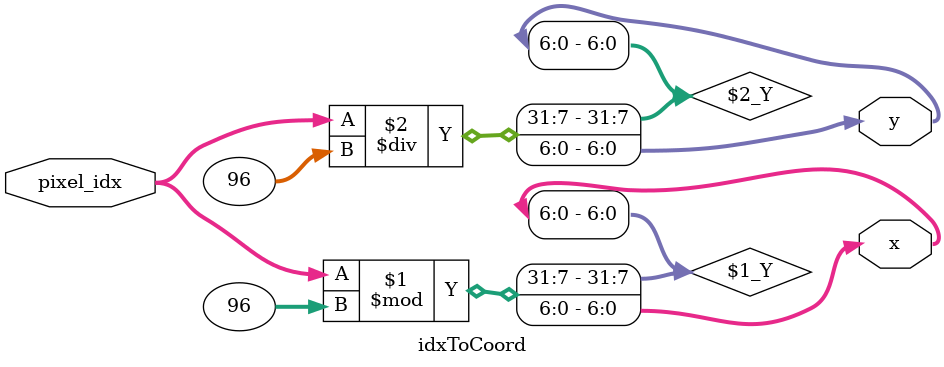
<source format=v>
`timescale 1ns / 1ps


module coordinate_decider(
    input CLOCK, x, y,
    output reg [5:0]out_x, out_y
    );
    
    reg [5:0] chess_board [7:0][7:0];

        //parametes for the squares
    parameter square_1 = 6'b000_000;
    parameter square_2 = 6'b000_001;
    parameter square_3 = 6'b000_010;
    parameter square_4 = 6'b000_011;
    parameter square_5 = 6'b000_100;
    parameter square_6 = 6'b000_101;
    parameter square_7 = 6'b000_110;
    parameter square_8 = 6'b000_111;
    
    parameter square_9 = 6'b001_000;
    parameter square_10 = 6'b001_001;
    parameter square_11 = 6'b001_010;
    parameter square_12 = 6'b001_011;
    parameter square_13 = 6'b001_100;
    parameter square_14 = 6'b001_101;
    parameter square_15 = 6'b001_110;
    parameter square_16 = 6'b001_111;
    
    parameter square_17 = 6'b010_000;
    parameter square_18 = 6'b010_001;
    parameter square_19 = 6'b010_010;
    parameter square_20 = 6'b010_011;
    parameter square_21 = 6'b010_100;
    parameter square_22 = 6'b010_101;
    parameter square_23 = 6'b010_110;
    parameter square_24 = 6'b010_111;
    
    parameter square_25 = 6'b011_000;
    parameter square_26 = 6'b011_001;
    parameter square_27 = 6'b011_010;
    parameter square_28 = 6'b011_011;
    parameter square_29 = 6'b011_100;
    parameter square_30 = 6'b011_101;
    parameter square_31 = 6'b011_110;
    parameter square_32 = 6'b011_111;    
    
    parameter square_33 = 6'b100_000;
    parameter square_34 = 6'b100_001;
    parameter square_35 = 6'b100_010;
    parameter square_36 = 6'b100_011;
    parameter square_37 = 6'b100_100;
    parameter square_38 = 6'b100_101;
    parameter square_39 = 6'b100_110;
    parameter square_40 = 6'b100_111;
    
    parameter square_41 = 6'b101_000;
    parameter square_42 = 6'b101_001;
    parameter square_43 = 6'b101_010;
    parameter square_44 = 6'b101_011;
    parameter square_45 = 6'b101_100;
    parameter square_46 = 6'b101_101;
    parameter square_47 = 6'b101_110;
    parameter square_48 = 6'b101_111;
    
    parameter square_49 = 6'b110_000;
    parameter square_50 = 6'b110_001;
    parameter square_51 = 6'b110_010;
    parameter square_52 = 6'b110_011;
    parameter square_53 = 6'b110_100;
    parameter square_54 = 6'b110_101;
    parameter square_55 = 6'b110_110;
    parameter square_56 = 6'b110_111;
    
    parameter square_57 = 6'b111_000;
    parameter square_58 = 6'b111_001;
    parameter square_59 = 6'b111_010;
    parameter square_60 = 6'b111_011;
    parameter square_61 = 6'b111_100;
    parameter square_62 = 6'b111_101;
    parameter square_63 = 6'b111_110;
    parameter square_64 = 6'b111_111;
    
 
    //initialising each part of the 2d array of the board to the squares
    initial begin
    chess_board[0][0][5:0] = square_1;
    chess_board[0][1][5:0] = square_2;
    chess_board[0][2][5:0] = square_3;
    chess_board[0][3][5:0] = square_4;
    chess_board[0][4][5:0] = square_5;
    chess_board[0][5][5:0] = square_6;
    chess_board[0][6][5:0] = square_7;
    chess_board[0][7][5:0] = square_8;
    
    chess_board[1][0][5:0] = square_9;
    chess_board[1][1][5:0] = square_10;
    chess_board[1][2][5:0] = square_11;
    chess_board[1][3][5:0] = square_12;
    chess_board[1][4][5:0] = square_13;
    chess_board[1][5][5:0] = square_14;
    chess_board[1][6][5:0] = square_15;
    chess_board[1][7][5:0] = square_16;
    
    chess_board[2][0][5:0] = square_17;
    chess_board[2][1][5:0] = square_18;
    chess_board[2][2][5:0] = square_19;
    chess_board[2][3][5:0] = square_20;
    chess_board[2][4][5:0] = square_21;
    chess_board[2][5][5:0] = square_22;
    chess_board[2][6][5:0] = square_23;
    chess_board[2][7][5:0] = square_24;
        
    chess_board[3][0][5:0] = square_25;
    chess_board[3][1][5:0] = square_26;
    chess_board[3][2][5:0] = square_27;
    chess_board[3][3][5:0] = square_28;
    chess_board[3][4][5:0] = square_29;
    chess_board[3][5][5:0] = square_30;
    chess_board[3][6][5:0] = square_31;
    chess_board[3][7][5:0] = square_32;
        
    chess_board[4][0][5:0] = square_33;
    chess_board[4][1][5:0] = square_34;
    chess_board[4][2][5:0] = square_35;
    chess_board[4][3][5:0] = square_36;
    chess_board[4][4][5:0] = square_37;
    chess_board[4][5][5:0] = square_38;
    chess_board[4][6][5:0] = square_39;
    chess_board[4][7][5:0] = square_40;
    
    chess_board[5][0][5:0] = square_41;
    chess_board[5][1][5:0] = square_42;
    chess_board[5][2][5:0] = square_43;
    chess_board[5][3][5:0] = square_44;
    chess_board[5][4][5:0] = square_45;
    chess_board[5][5][5:0] = square_46;
    chess_board[5][6][5:0] = square_47;
    chess_board[5][7][5:0] = square_48;
    
    chess_board[6][0][5:0] = square_49;
    chess_board[6][1][5:0] = square_50;
    chess_board[6][2][5:0] = square_51;
    chess_board[6][3][5:0] = square_52;
    chess_board[6][4][5:0] = square_53;
    chess_board[6][5][5:0] = square_54;
    chess_board[6][6][5:0] = square_55;
    chess_board[6][7][5:0] = square_56;
    
    chess_board[7][0][5:0] = square_57;
    chess_board[7][1][5:0] = square_58;
    chess_board[7][2][5:0] = square_59;
    chess_board[7][3][5:0] = square_60;
    chess_board[7][4][5:0] = square_61;
    chess_board[7][5][5:0] = square_62;
    chess_board[7][6][5:0] = square_63;
    chess_board[7][7][5:0] = square_64;
    
       
    end 
    
        
    always @ (posedge CLOCK)
    begin
        if (chess_board[x][y][5:0] == square_1)
        begin
            out_x <= 16;
            out_y <= 0;
        end
        

        else if (chess_board[x][y][5:0] == square_2)
        begin
            out_x <= 24;
            out_y <= 0;
        end
        

        else if (chess_board[x][y][5:0] == square_3)
        begin
            out_x <= 32;
            out_y <= 0;
        end
        
        else if (chess_board[x][y][5:0] == square_4)
        begin
            out_x <= 40;
            out_y <= 0;
        end                
        
        else if (chess_board[x][y][5:0] == square_5)
        begin
            out_x <= 48;
            out_y <= 0;
        end        

        else if (chess_board[x][y][5:0] == square_6)
        begin
            out_x <= 56;
            out_y <= 0;
        end        
        
        else if (chess_board[x][y][5:0] == square_7)
        begin
            out_x <= 64;
            out_y <= 0;
        end
        
        else if (chess_board[x][y][5:0] == square_8)
        begin
            out_x <= 72;
            out_y <= 0;
        end
        
        else if (chess_board[x][y][5:0] == square_9)
        begin
            out_x <= 16;
            out_y <= 8;
        end        
        

        else if (chess_board[x][y][5:0] == square_10)
        begin
            out_x <= 24;
            out_y <= 8;
        end         
        
        
        else if (chess_board[x][y][5:0] == square_11)
        begin
            out_x <= 32;
            out_y <= 8;
        end         
 
 
        else if (chess_board[x][y][5:0] == square_12)
        begin
            out_x <= 40;
            out_y <= 8;
        end        


        else if (chess_board[x][y][5:0] == square_13)
        begin
            out_x <= 48;
            out_y <= 8;
        end


        else if (chess_board[x][y][5:0] == square_14)
        begin
            out_x <= 56;
            out_y <= 8;
        end 
 
 
        else if (chess_board[x][y][5:0] == square_15)
        begin
            out_x <= 64;
            out_y <= 8;
        end
 
 
        else if (chess_board[x][y][5:0] == square_16)
        begin
            out_x <= 72;
            out_y <= 8;
        end
 
        else if (chess_board[x][y][5:0] == square_17)
        begin
            out_x <= 16;
            out_y <= 16;
        end        
        

        else if (chess_board[x][y][5:0] == square_18)
        begin
            out_x <= 24;
            out_y <= 16;
        end         
        
        
        else if (chess_board[x][y][5:0] == square_19)
        begin
            out_x <= 32;
            out_y <= 16;
        end         
 
 
        else if (chess_board[x][y][5:0] == square_20)
        begin
            out_x <= 40;
            out_y <= 16;
        end        


        else if (chess_board[x][y][5:0] == square_21)
        begin
            out_x <= 48;
            out_y <= 16;
        end


        else if (chess_board[x][y][5:0] == square_22)
        begin
            out_x <= 56;
            out_y <= 16;
        end 
 
 
        else if (chess_board[x][y][5:0] == square_23)
        begin
            out_x <= 64;
            out_y <= 16;
        end
 
 
        else if (chess_board[x][y][5:0] == square_24)
        begin
            out_x <= 72;
            out_y <= 16;
        end

 
         else if (chess_board[x][y][5:0] == square_25)
        begin
            out_x <= 16;
            out_y <= 24;
        end        
        

        else if (chess_board[x][y][5:0] == square_26)
        begin
            out_x <= 24;
            out_y <= 24;
        end         
        
        
        else if (chess_board[x][y][5:0] == square_27)
        begin
            out_x <= 32;
            out_y <= 24;
        end         
 
 
        else if (chess_board[x][y][5:0] == square_28)
        begin
            out_x <= 40;
            out_y <= 24;
        end        


        else if (chess_board[x][y][5:0] == square_29)
        begin
            out_x <= 48;
            out_y <= 24;
        end


        else if (chess_board[x][y][5:0] == square_30)
        begin
            out_x <= 56;
            out_y <= 24;
        end 
 
 
        else if (chess_board[x][y][5:0] == square_31)
        begin
            out_x <= 64;
            out_y <= 24;
        end
 
 
        else if (chess_board[x][y][5:0] == square_32)
        begin
            out_x <= 72;
            out_y <= 24;
        end
        
        
        else if (chess_board[x][y][5:0] == square_33)
        begin
            out_x <= 16;
            out_y <= 32;
        end
        

        else if (chess_board[x][y][5:0] == square_34)
        begin
            out_x <= 24;
            out_y <= 32;
        end
        

        else if (chess_board[x][y][5:0] == square_35)
        begin
            out_x <= 32;
            out_y <= 32;
        end
        
        else if (chess_board[x][y][5:0] == square_36)
        begin
            out_x <= 40;
            out_y <= 32;
        end                
        
        else if (chess_board[x][y][5:0] == square_37)
        begin
            out_x <= 48;
            out_y <= 32;
        end        

        else if (chess_board[x][y][5:0] == square_38)
        begin
            out_x <= 56;
            out_y <= 32;
        end        
        
        else if (chess_board[x][y][5:0] == square_39)
        begin
            out_x <= 64;
            out_y <= 32;
        end
        
        else if (chess_board[x][y][5:0] == square_40)
        begin
            out_x <= 72;
            out_y <= 32;
        end
 
        else if (chess_board[x][y][5:0] == square_41)
        begin
            out_x <= 16;
            out_y <= 40;
        end
        

        else if (chess_board[x][y][5:0] == square_42)
        begin
            out_x <= 24;
            out_y <= 40;
        end
        

        else if (chess_board[x][y][5:0] == square_43)
        begin
            out_x <= 32;
            out_y <= 40;
        end
        
        else if (chess_board[x][y][5:0] == square_44)
        begin
            out_x <= 40;
            out_y <= 40;
        end                
        
        else if (chess_board[x][y][5:0] == square_45)
        begin
            out_x <= 48;
            out_y <= 40;
        end        

        else if (chess_board[x][y][5:0] == square_46)
        begin
            out_x <= 56;
            out_y <= 40;
        end        
        
        else if (chess_board[x][y][5:0] == square_47)
        begin
            out_x <= 64;
            out_y <= 40;
        end
        
        else if (chess_board[x][y][5:0] == square_48)
        begin
            out_x <= 72;
            out_y <= 40;
        end
 
 
        else if (chess_board[x][y][5:0] == square_49)
        begin
            out_x <= 16;
            out_y <= 48;
        end
        

        else if (chess_board[x][y][5:0] == square_50)
        begin
            out_x <= 24;
            out_y <= 48;
        end
        

        else if (chess_board[x][y][5:0] == square_51)
        begin
            out_x <= 32;
            out_y <= 48;
        end
        
        else if (chess_board[x][y][5:0] == square_52)
        begin
            out_x <= 40;
            out_y <= 48;
        end                
        
        else if (chess_board[x][y][5:0] == square_53)
        begin
            out_x <= 48;
            out_y <= 48;
        end        

        else if (chess_board[x][y][5:0] == square_54)
        begin
            out_x <= 56;
            out_y <= 48;
        end        
        
        else if (chess_board[x][y][5:0] == square_55)
        begin
            out_x <= 64;
            out_y <= 48;
        end
        
        else if (chess_board[x][y][5:0] == square_56)
        begin
            out_x <= 72;
            out_y <= 48;
        end
 
         else if (chess_board[x][y][5:0] == square_57)
        begin
            out_x <= 16;
            out_y <= 56;
        end
        

        else if (chess_board[x][y][5:0] == square_58)
        begin
            out_x <= 24;
            out_y <= 56;
        end
        

        else if (chess_board[x][y][5:0] == square_59)
        begin
            out_x <= 32;
            out_y <= 56;
        end
        
        else if (chess_board[x][y][5:0] == square_60)
        begin
            out_x <= 40;
            out_y <= 56;
        end                
        
        else if (chess_board[x][y][5:0] == square_61)
        begin
            out_x <= 48;
            out_y <= 56;
        end        

        else if (chess_board[x][y][5:0] == square_62)
        begin
            out_x <= 56;
            out_y <= 56;
        end        
        
        else if (chess_board[x][y][5:0] == square_63)
        begin
            out_x <= 64;
            out_y <= 56;
        end
        
        else if (chess_board[x][y][5:0] == square_64)
        begin
            out_x <= 72;
            out_y <= 56;
        end
 
 
 
 
 
        
        
        
     end
    
    
    
    
endmodule





module idxToCoord(input [12:0] pixel_idx, output [6:0] x, y);
    
    assign x = pixel_idx % 96;
    assign y = pixel_idx / 96;
    
endmodule

</source>
